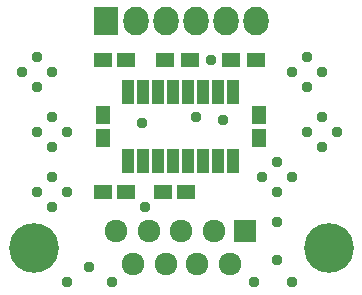
<source format=gbr>
G04 #@! TF.FileFunction,Soldermask,Top*
%FSLAX46Y46*%
G04 Gerber Fmt 4.6, Leading zero omitted, Abs format (unit mm)*
G04 Created by KiCad (PCBNEW (2014-11-24 BZR 5301)-product) date Sat Mar 28 18:02:59 2015*
%MOMM*%
G01*
G04 APERTURE LIST*
%ADD10C,0.100000*%
%ADD11C,0.939800*%
%ADD12R,1.600000X1.150000*%
%ADD13R,1.150000X1.600000*%
%ADD14R,1.600000X1.300000*%
%ADD15R,2.127200X2.432000*%
%ADD16O,2.127200X2.432000*%
%ADD17R,1.000000X2.000000*%
%ADD18C,4.210000*%
%ADD19R,1.924000X1.924000*%
%ADD20C,1.924000*%
G04 APERTURE END LIST*
D10*
D11*
X140462000Y-86614000D03*
X146050000Y-100330000D03*
X128270000Y-105410000D03*
X147320000Y-105410000D03*
X144145000Y-105410000D03*
X146050000Y-103505000D03*
X151130000Y-92710000D03*
X146050000Y-95250000D03*
X149860000Y-93980000D03*
X146050000Y-97790000D03*
X144780000Y-96520000D03*
X148590000Y-92710000D03*
X149860000Y-91440000D03*
X148590000Y-88900000D03*
X149860000Y-87630000D03*
X147320000Y-87630000D03*
X148590000Y-86360000D03*
X130175000Y-104140000D03*
X127000000Y-99060000D03*
X127000000Y-93980000D03*
X128270000Y-92710000D03*
X127000000Y-91440000D03*
X125730000Y-92710000D03*
X127000000Y-87630000D03*
X125730000Y-88900000D03*
X125730000Y-86360000D03*
X124460000Y-87630000D03*
X134874000Y-99060000D03*
X127000000Y-96520000D03*
X134620000Y-91948000D03*
X141478000Y-91694000D03*
X139192000Y-91440000D03*
X147320000Y-96520000D03*
X125730000Y-97790000D03*
X128270000Y-97790000D03*
X132080000Y-105410000D03*
D12*
X131384000Y-86614000D03*
X133284000Y-86614000D03*
D13*
X144526000Y-93152000D03*
X144526000Y-91252000D03*
X131318000Y-93152000D03*
X131318000Y-91252000D03*
D12*
X136464000Y-97790000D03*
X138364000Y-97790000D03*
X131384000Y-97790000D03*
X133284000Y-97790000D03*
D14*
X136568000Y-86614000D03*
X138768000Y-86614000D03*
X144356000Y-86614000D03*
X142156000Y-86614000D03*
D15*
X131572000Y-83312000D03*
D16*
X134112000Y-83312000D03*
X136652000Y-83312000D03*
X139192000Y-83312000D03*
X141732000Y-83312000D03*
X144272000Y-83312000D03*
D17*
X133477000Y-89281000D03*
X136017000Y-89281000D03*
X137287000Y-89281000D03*
X138557000Y-89281000D03*
X139827000Y-89281000D03*
X141097000Y-89281000D03*
X142367000Y-89281000D03*
X142367000Y-95123000D03*
X141097000Y-95123000D03*
X139827000Y-95123000D03*
X138557000Y-95123000D03*
X137287000Y-95123000D03*
X136017000Y-95123000D03*
X134747000Y-95123000D03*
X133477000Y-95123000D03*
X134747000Y-89281000D03*
D18*
X125476000Y-102489000D03*
X150495000Y-102489000D03*
D19*
X143383000Y-101092000D03*
D20*
X140716000Y-101092000D03*
X137922000Y-101092000D03*
X135255000Y-101092000D03*
X132461000Y-101092000D03*
X142113000Y-103886000D03*
X139319000Y-103886000D03*
X136652000Y-103886000D03*
X133858000Y-103886000D03*
M02*

</source>
